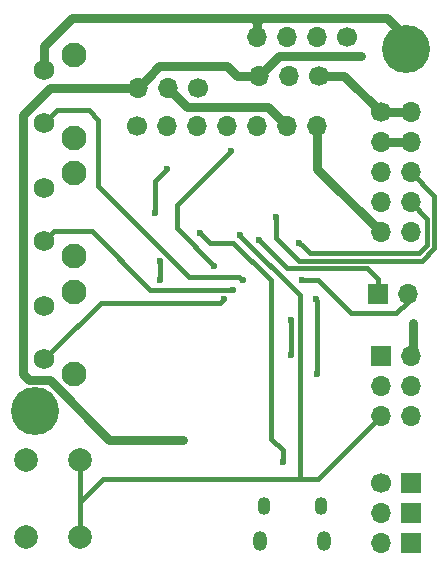
<source format=gbr>
G04 #@! TF.FileFunction,Copper,L2,Bot,Signal*
%FSLAX46Y46*%
G04 Gerber Fmt 4.6, Leading zero omitted, Abs format (unit mm)*
G04 Created by KiCad (PCBNEW 4.0.7) date 01/10/19 16:23:13*
%MOMM*%
%LPD*%
G01*
G04 APERTURE LIST*
%ADD10C,0.100000*%
%ADD11C,1.700000*%
%ADD12O,1.700000X1.700000*%
%ADD13R,1.700000X1.700000*%
%ADD14O,1.100000X1.500000*%
%ADD15O,1.200000X1.700000*%
%ADD16C,2.100000*%
%ADD17C,1.750000*%
%ADD18C,4.064000*%
%ADD19C,2.000000*%
%ADD20C,0.600000*%
%ADD21C,0.800000*%
%ADD22C,0.450000*%
G04 APERTURE END LIST*
D10*
D11*
X113680000Y-84200000D03*
D12*
X111140000Y-84200000D03*
X108600000Y-84200000D03*
X106060000Y-84200000D03*
D13*
X116250000Y-106000000D03*
D12*
X118790000Y-106000000D03*
D11*
X116500000Y-122000000D03*
D13*
X119040000Y-122000000D03*
D12*
X116500000Y-124540000D03*
D13*
X119040000Y-124540000D03*
D12*
X116500000Y-127080000D03*
D13*
X119040000Y-127080000D03*
D11*
X111250000Y-87500000D03*
D12*
X108710000Y-87500000D03*
X106170000Y-87500000D03*
D11*
X101000000Y-88500000D03*
D12*
X98460000Y-88500000D03*
X95920000Y-88500000D03*
D13*
X116500000Y-111170000D03*
D12*
X119040000Y-111170000D03*
X116500000Y-113710000D03*
X119040000Y-113710000D03*
X116500000Y-116250000D03*
X119040000Y-116250000D03*
D11*
X116500000Y-90590000D03*
D12*
X119040000Y-90590000D03*
X116500000Y-93130000D03*
X119040000Y-93130000D03*
X116500000Y-95670000D03*
X119040000Y-95670000D03*
X116500000Y-98210000D03*
X119040000Y-98210000D03*
X116500000Y-100750000D03*
X119040000Y-100750000D03*
D11*
X95850000Y-91700000D03*
D12*
X98390000Y-91700000D03*
X100930000Y-91700000D03*
X103470000Y-91700000D03*
X106010000Y-91700000D03*
X108550000Y-91700000D03*
X111090000Y-91700000D03*
D14*
X106580000Y-123880000D03*
X111420000Y-123880000D03*
D15*
X106270000Y-126880000D03*
X111730000Y-126880000D03*
D16*
X90490000Y-102760000D03*
D17*
X88000000Y-101500000D03*
X88000000Y-97000000D03*
D16*
X90490000Y-95750000D03*
X90490000Y-112760000D03*
D17*
X88000000Y-111500000D03*
X88000000Y-107000000D03*
D16*
X90490000Y-105750000D03*
D18*
X87200000Y-115900000D03*
D16*
X90490000Y-92760000D03*
D17*
X88000000Y-91500000D03*
X88000000Y-87000000D03*
D16*
X90490000Y-85750000D03*
D19*
X91000000Y-120000000D03*
X86500000Y-120000000D03*
X91000000Y-126500000D03*
X86500000Y-126500000D03*
D18*
X118600000Y-85200000D03*
D20*
X97800000Y-103200000D03*
X97800000Y-104800000D03*
X119200000Y-108450000D03*
X114850000Y-85800000D03*
X99800000Y-118300000D03*
X106200000Y-101400000D03*
X109800000Y-104800000D03*
X108925010Y-108150564D03*
X108925010Y-111123365D03*
X110987340Y-106412660D03*
X111112660Y-112712660D03*
X104620484Y-100926842D03*
X109600000Y-101600000D03*
X107600000Y-99400000D03*
X98400000Y-95400000D03*
X97400000Y-99100000D03*
X102400000Y-103550000D03*
X103850000Y-93860000D03*
X104800000Y-104800000D03*
X104000000Y-105600000D03*
X103200000Y-106400000D03*
X108200000Y-120200000D03*
X101200000Y-100800000D03*
D21*
X116500000Y-90590000D02*
X119040000Y-90590000D01*
D22*
X97800000Y-104800000D02*
X97800000Y-103200000D01*
D21*
X111250000Y-87500000D02*
X113410000Y-87500000D01*
X113410000Y-87500000D02*
X116500000Y-90590000D01*
X119200000Y-108450000D02*
X119200000Y-111010000D01*
X119200000Y-111010000D02*
X119040000Y-111170000D01*
X111090000Y-91700000D02*
X111090000Y-95340000D01*
X111090000Y-95340000D02*
X116500000Y-100750000D01*
X105675001Y-82600000D02*
X106800000Y-82600000D01*
X106800000Y-82600000D02*
X117000000Y-82600000D01*
X106324999Y-82600000D02*
X106800000Y-82600000D01*
X90400000Y-82600000D02*
X104200000Y-82600000D01*
X104200000Y-82600000D02*
X105675001Y-82600000D01*
D22*
X106800000Y-82600000D02*
X104200000Y-82600000D01*
D21*
X106000000Y-82924999D02*
X106324999Y-82600000D01*
X117000000Y-82600000D02*
X118600000Y-84200000D01*
X118600000Y-84200000D02*
X118600000Y-85200000D01*
X88000000Y-87000000D02*
X88000000Y-85000000D01*
X88000000Y-85000000D02*
X90400000Y-82600000D01*
X105675001Y-82600000D02*
X106000000Y-82924999D01*
X106060000Y-84200000D02*
X106060000Y-82984999D01*
X106060000Y-82984999D02*
X106000000Y-82924999D01*
X114425736Y-85800000D02*
X114850000Y-85800000D01*
X107870000Y-85800000D02*
X114425736Y-85800000D01*
X106170000Y-87500000D02*
X107870000Y-85800000D01*
X99800000Y-118300000D02*
X93495362Y-118300000D01*
X93495362Y-118300000D02*
X88463361Y-113267999D01*
X88463361Y-113267999D02*
X86717999Y-113267999D01*
X86717999Y-113267999D02*
X86200000Y-112750000D01*
X86200000Y-90800000D02*
X86200000Y-112750000D01*
D22*
X86250001Y-112800001D02*
X86200000Y-112750000D01*
D21*
X88500000Y-88500000D02*
X86200000Y-90800000D01*
X116500000Y-93130000D02*
X119040000Y-93130000D01*
X95920000Y-88500000D02*
X88500000Y-88500000D01*
X104300000Y-87500000D02*
X103450001Y-86650001D01*
X103450001Y-86650001D02*
X97749999Y-86650001D01*
X106170000Y-87500000D02*
X104300000Y-87500000D01*
X96769999Y-87630001D02*
X97749999Y-86650001D01*
X95920000Y-88500000D02*
X96769999Y-87650001D01*
X96769999Y-87650001D02*
X96769999Y-87630001D01*
D22*
X116250000Y-104700000D02*
X116250000Y-106000000D01*
X115350000Y-103800000D02*
X116250000Y-104700000D01*
X106200000Y-101400000D02*
X108600000Y-103800000D01*
X108600000Y-103800000D02*
X115350000Y-103800000D01*
X118790000Y-106000000D02*
X118790000Y-106610000D01*
X118790000Y-106610000D02*
X117800000Y-107600000D01*
X117800000Y-107600000D02*
X114000000Y-107600000D01*
X114000000Y-107600000D02*
X111200000Y-104800000D01*
X111200000Y-104800000D02*
X109800000Y-104800000D01*
X108925010Y-111123365D02*
X108925010Y-108150564D01*
X111112660Y-106537980D02*
X110987340Y-106412660D01*
X111112660Y-112712660D02*
X111112660Y-106537980D01*
X104620484Y-100926842D02*
X104620484Y-101020484D01*
X104620484Y-101020484D02*
X109650011Y-106050011D01*
X109650011Y-106050011D02*
X109650011Y-121450011D01*
X109650011Y-121450011D02*
X109800000Y-121600000D01*
X109800000Y-121600000D02*
X109400000Y-121600000D01*
X91000000Y-126500000D02*
X91000000Y-123600000D01*
X91000000Y-123600000D02*
X93000000Y-121600000D01*
X93000000Y-121600000D02*
X109400000Y-121600000D01*
X109400000Y-121600000D02*
X111150000Y-121600000D01*
X111150000Y-121600000D02*
X116500000Y-116250000D01*
X91000000Y-120000000D02*
X91000000Y-121414213D01*
X91000000Y-121414213D02*
X91000000Y-126500000D01*
X110499978Y-102499978D02*
X109899999Y-101899999D01*
X119700022Y-102499978D02*
X110499978Y-102499978D01*
X120399999Y-99569999D02*
X120399999Y-101800001D01*
X119040000Y-98210000D02*
X120399999Y-99569999D01*
X109899999Y-101899999D02*
X109600000Y-101600000D01*
X120399999Y-101800001D02*
X119700022Y-102499978D01*
X119040000Y-95670000D02*
X121050010Y-97680010D01*
X107600000Y-99824264D02*
X107600000Y-99400000D01*
X121050010Y-97680010D02*
X121050010Y-102069244D01*
X121050010Y-102069244D02*
X119969265Y-103149989D01*
X119969265Y-103149989D02*
X109549989Y-103149989D01*
X109549989Y-103149989D02*
X107600000Y-101200000D01*
X107600000Y-101200000D02*
X107600000Y-99824264D01*
X97400000Y-96400000D02*
X98400000Y-95400000D01*
X97400000Y-99100000D02*
X97400000Y-96400000D01*
X99250000Y-98460000D02*
X99250000Y-100400000D01*
X99250000Y-100400000D02*
X102400000Y-103550000D01*
X103850000Y-93860000D02*
X99250000Y-98460000D01*
D21*
X98460000Y-88500000D02*
X100060000Y-90100000D01*
X100060000Y-90100000D02*
X106950000Y-90100000D01*
X106950000Y-90100000D02*
X108550000Y-91700000D01*
D22*
X100300001Y-104500001D02*
X92600000Y-96800000D01*
X104800000Y-104800000D02*
X104500001Y-104500001D01*
X104500001Y-104500001D02*
X100300001Y-104500001D01*
X92600000Y-96800000D02*
X92600000Y-91200000D01*
X92600000Y-91200000D02*
X91800000Y-90400000D01*
X91800000Y-90400000D02*
X89100000Y-90400000D01*
X89100000Y-90400000D02*
X88000000Y-91500000D01*
X97000000Y-105600000D02*
X92025001Y-100625001D01*
X92025001Y-100625001D02*
X88874999Y-100625001D01*
X88874999Y-100625001D02*
X88000000Y-101500000D01*
X104000000Y-105600000D02*
X97000000Y-105600000D01*
X103200000Y-106400000D02*
X102900001Y-106699999D01*
X102900001Y-106699999D02*
X92800001Y-106699999D01*
X92800001Y-106699999D02*
X88874999Y-110625001D01*
X88874999Y-110625001D02*
X88000000Y-111500000D01*
X101200000Y-100800000D02*
X102025001Y-101625001D01*
X102025001Y-101625001D02*
X104025001Y-101625001D01*
X104025001Y-101625001D02*
X107200000Y-104800000D01*
X107200000Y-104800000D02*
X107200000Y-118200000D01*
X107200000Y-118200000D02*
X108200000Y-119200000D01*
X108200000Y-119200000D02*
X108200000Y-120200000D01*
X108200000Y-119775736D02*
X108200000Y-120200000D01*
M02*

</source>
